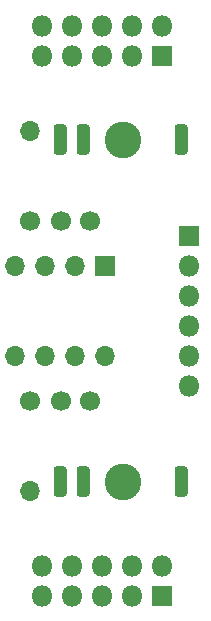
<source format=gbr>
%TF.GenerationSoftware,KiCad,Pcbnew,(5.1.6-0-10_14)*%
%TF.CreationDate,2020-08-09T19:32:51-07:00*%
%TF.ProjectId,bbf-buffer,6262662d-6275-4666-9665-722e6b696361,rev?*%
%TF.SameCoordinates,Original*%
%TF.FileFunction,Soldermask,Bot*%
%TF.FilePolarity,Negative*%
%FSLAX46Y46*%
G04 Gerber Fmt 4.6, Leading zero omitted, Abs format (unit mm)*
G04 Created by KiCad (PCBNEW (5.1.6-0-10_14)) date 2020-08-09 19:32:51*
%MOMM*%
%LPD*%
G01*
G04 APERTURE LIST*
%ADD10R,1.800000X1.800000*%
%ADD11O,1.800000X1.800000*%
%ADD12C,3.100000*%
%ADD13R,1.700000X1.700000*%
%ADD14O,1.700000X1.700000*%
%ADD15C,1.700000*%
G04 APERTURE END LIST*
D10*
%TO.C,J2*%
X160020000Y-27940000D03*
D11*
X160020000Y-25400000D03*
X157480000Y-27940000D03*
X157480000Y-25400000D03*
X154940000Y-27940000D03*
X154940000Y-25400000D03*
X152400000Y-27940000D03*
X152400000Y-25400000D03*
X149860000Y-27940000D03*
X149860000Y-25400000D03*
%TD*%
%TO.C,J1*%
X149860000Y-71120000D03*
X149860000Y-73660000D03*
X152400000Y-71120000D03*
X152400000Y-73660000D03*
X154940000Y-71120000D03*
X154940000Y-73660000D03*
X157480000Y-71120000D03*
X157480000Y-73660000D03*
X160020000Y-71120000D03*
D10*
X160020000Y-73660000D03*
%TD*%
%TO.C,J3*%
X162306000Y-43180000D03*
D11*
X162306000Y-45720000D03*
X162306000Y-48260000D03*
X162306000Y-50800000D03*
X162306000Y-53340000D03*
X162306000Y-55880000D03*
%TD*%
%TO.C,J4*%
G36*
G01*
X161363000Y-33752000D02*
X161913000Y-33752000D01*
G75*
G02*
X162188000Y-34027000I0J-275000D01*
G01*
X162188000Y-36077000D01*
G75*
G02*
X161913000Y-36352000I-275000J0D01*
G01*
X161363000Y-36352000D01*
G75*
G02*
X161088000Y-36077000I0J275000D01*
G01*
X161088000Y-34027000D01*
G75*
G02*
X161363000Y-33752000I275000J0D01*
G01*
G37*
G36*
G01*
X153063000Y-33752000D02*
X153613000Y-33752000D01*
G75*
G02*
X153888000Y-34027000I0J-275000D01*
G01*
X153888000Y-36077000D01*
G75*
G02*
X153613000Y-36352000I-275000J0D01*
G01*
X153063000Y-36352000D01*
G75*
G02*
X152788000Y-36077000I0J275000D01*
G01*
X152788000Y-34027000D01*
G75*
G02*
X153063000Y-33752000I275000J0D01*
G01*
G37*
G36*
G01*
X151109000Y-33752000D02*
X151659000Y-33752000D01*
G75*
G02*
X151934000Y-34027000I0J-275000D01*
G01*
X151934000Y-36077000D01*
G75*
G02*
X151659000Y-36352000I-275000J0D01*
G01*
X151109000Y-36352000D01*
G75*
G02*
X150834000Y-36077000I0J275000D01*
G01*
X150834000Y-34027000D01*
G75*
G02*
X151109000Y-33752000I275000J0D01*
G01*
G37*
D12*
X156718000Y-35052000D03*
%TD*%
%TO.C,J5*%
X156718000Y-64008000D03*
G36*
G01*
X151109000Y-62708000D02*
X151659000Y-62708000D01*
G75*
G02*
X151934000Y-62983000I0J-275000D01*
G01*
X151934000Y-65033000D01*
G75*
G02*
X151659000Y-65308000I-275000J0D01*
G01*
X151109000Y-65308000D01*
G75*
G02*
X150834000Y-65033000I0J275000D01*
G01*
X150834000Y-62983000D01*
G75*
G02*
X151109000Y-62708000I275000J0D01*
G01*
G37*
G36*
G01*
X153063000Y-62708000D02*
X153613000Y-62708000D01*
G75*
G02*
X153888000Y-62983000I0J-275000D01*
G01*
X153888000Y-65033000D01*
G75*
G02*
X153613000Y-65308000I-275000J0D01*
G01*
X153063000Y-65308000D01*
G75*
G02*
X152788000Y-65033000I0J275000D01*
G01*
X152788000Y-62983000D01*
G75*
G02*
X153063000Y-62708000I275000J0D01*
G01*
G37*
G36*
G01*
X161363000Y-62708000D02*
X161913000Y-62708000D01*
G75*
G02*
X162188000Y-62983000I0J-275000D01*
G01*
X162188000Y-65033000D01*
G75*
G02*
X161913000Y-65308000I-275000J0D01*
G01*
X161363000Y-65308000D01*
G75*
G02*
X161088000Y-65033000I0J275000D01*
G01*
X161088000Y-62983000D01*
G75*
G02*
X161363000Y-62708000I275000J0D01*
G01*
G37*
%TD*%
D13*
%TO.C,TL072*%
X155194000Y-45720000D03*
D14*
X147574000Y-53340000D03*
X152654000Y-45720000D03*
X150114000Y-53340000D03*
X150114000Y-45720000D03*
X152654000Y-53340000D03*
X147574000Y-45720000D03*
X155194000Y-53340000D03*
%TD*%
D15*
%TO.C,C1*%
X151424000Y-57150000D03*
X153924000Y-57150000D03*
%TD*%
%TO.C,C2*%
X153924000Y-41910000D03*
X151424000Y-41910000D03*
%TD*%
%TO.C,R1*%
X148844000Y-41910000D03*
D14*
X148844000Y-34290000D03*
%TD*%
%TO.C,R2*%
X148844000Y-64770000D03*
D15*
X148844000Y-57150000D03*
%TD*%
M02*

</source>
